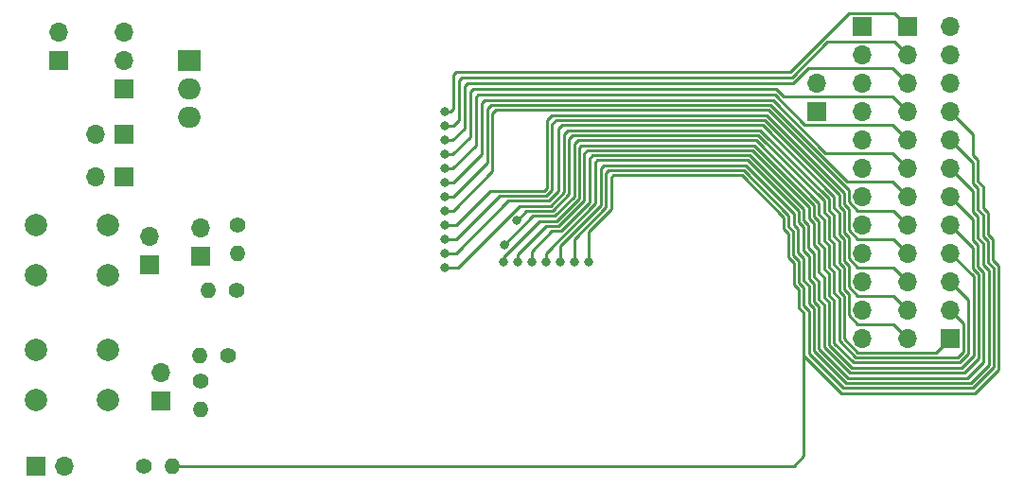
<source format=gbr>
%TF.GenerationSoftware,KiCad,Pcbnew,7.0.10*%
%TF.CreationDate,2024-01-14T13:48:43-05:00*%
%TF.ProjectId,esp32-wroom,65737033-322d-4777-926f-6f6d2e6b6963,rev?*%
%TF.SameCoordinates,Original*%
%TF.FileFunction,Copper,L2,Bot*%
%TF.FilePolarity,Positive*%
%FSLAX46Y46*%
G04 Gerber Fmt 4.6, Leading zero omitted, Abs format (unit mm)*
G04 Created by KiCad (PCBNEW 7.0.10) date 2024-01-14 13:48:43*
%MOMM*%
%LPD*%
G01*
G04 APERTURE LIST*
%TA.AperFunction,ComponentPad*%
%ADD10C,1.400000*%
%TD*%
%TA.AperFunction,ComponentPad*%
%ADD11O,1.400000X1.400000*%
%TD*%
%TA.AperFunction,ComponentPad*%
%ADD12R,1.700000X1.700000*%
%TD*%
%TA.AperFunction,ComponentPad*%
%ADD13O,1.700000X1.700000*%
%TD*%
%TA.AperFunction,ComponentPad*%
%ADD14C,2.000000*%
%TD*%
%TA.AperFunction,ComponentPad*%
%ADD15R,2.000000X1.905000*%
%TD*%
%TA.AperFunction,ComponentPad*%
%ADD16O,2.000000X1.905000*%
%TD*%
%TA.AperFunction,ViaPad*%
%ADD17C,0.800000*%
%TD*%
%TA.AperFunction,Conductor*%
%ADD18C,0.250000*%
%TD*%
G04 APERTURE END LIST*
D10*
%TO.P,R5,1*%
%TO.N,Net-(D1-A)*%
X91490000Y-101092000D03*
D11*
%TO.P,R5,2*%
%TO.N,Net-(J6-Pin_9)*%
X94030000Y-101092000D03*
%TD*%
D12*
%TO.P,J1,1,Pin_1*%
%TO.N,Net-(J1-Pin_1)*%
X83820000Y-64770000D03*
D13*
%TO.P,J1,2,Pin_2*%
%TO.N,GND*%
X83820000Y-62230000D03*
%TD*%
D12*
%TO.P,C1,1*%
%TO.N,+3V3*%
X89662000Y-75184000D03*
D13*
%TO.P,C1,2*%
%TO.N,GND*%
X87122000Y-75184000D03*
%TD*%
D12*
%TO.P,J2,1,Pin_1*%
%TO.N,Net-(J2-Pin_1)*%
X151682000Y-69342000D03*
D13*
%TO.P,J2,2,Pin_2*%
%TO.N,Net-(J2-Pin_2)*%
X151682000Y-66802000D03*
%TD*%
D14*
%TO.P,SW2,1,1*%
%TO.N,GND*%
X81788000Y-90678000D03*
X88288000Y-90678000D03*
%TO.P,SW2,2,2*%
%TO.N,Net-(C5-Pad1)*%
X81788000Y-95178000D03*
X88288000Y-95178000D03*
%TD*%
D10*
%TO.P,R2,1*%
%TO.N,+3V3*%
X99822000Y-79552000D03*
D11*
%TO.P,R2,2*%
%TO.N,Net-(J5-Pin_1)*%
X99822000Y-82092000D03*
%TD*%
D12*
%TO.P,C4,1*%
%TO.N,Net-(C4-Pad1)*%
X91948000Y-83058000D03*
D13*
%TO.P,C4,2*%
%TO.N,GND*%
X91948000Y-80518000D03*
%TD*%
D15*
%TO.P,U2,1,VI*%
%TO.N,Net-(J1-Pin_1)*%
X95504000Y-64770000D03*
D16*
%TO.P,U2,2,GND*%
%TO.N,GND*%
X95504000Y-67310000D03*
%TO.P,U2,3,VO*%
%TO.N,+3V3*%
X95504000Y-69850000D03*
%TD*%
D12*
%TO.P,C3,1*%
%TO.N,Net-(J5-Pin_1)*%
X96520000Y-82301000D03*
D13*
%TO.P,C3,2*%
%TO.N,GND*%
X96520000Y-79761000D03*
%TD*%
D10*
%TO.P,R3,1*%
%TO.N,+3V3*%
X99010000Y-91186000D03*
D11*
%TO.P,R3,2*%
%TO.N,Net-(J4-Pin_12)*%
X96470000Y-91186000D03*
%TD*%
D12*
%TO.P,J6,1,Pin_1*%
%TO.N,Net-(J6-Pin_1)*%
X163620000Y-89662000D03*
D13*
%TO.P,J6,2,Pin_2*%
%TO.N,Net-(J6-Pin_2)*%
X163620000Y-87122000D03*
%TO.P,J6,3,Pin_3*%
%TO.N,Net-(J6-Pin_3)*%
X163620000Y-84582000D03*
%TO.P,J6,4,Pin_4*%
%TO.N,Net-(J6-Pin_4)*%
X163620000Y-82042000D03*
%TO.P,J6,5,Pin_5*%
%TO.N,Net-(J6-Pin_5)*%
X163620000Y-79502000D03*
%TO.P,J6,6,Pin_6*%
%TO.N,Net-(J6-Pin_6)*%
X163620000Y-76962000D03*
%TO.P,J6,7,Pin_7*%
%TO.N,Net-(J6-Pin_7)*%
X163620000Y-74422000D03*
%TO.P,J6,8,Pin_8*%
%TO.N,Net-(J6-Pin_8)*%
X163620000Y-71882000D03*
%TO.P,J6,9,Pin_9*%
%TO.N,Net-(J6-Pin_9)*%
X163620000Y-69342000D03*
%TO.P,J6,10,Pin_10*%
%TO.N,unconnected-(J6-Pin_10-Pad10)*%
X163620000Y-66802000D03*
%TO.P,J6,11,Pin_11*%
%TO.N,unconnected-(J6-Pin_11-Pad11)*%
X163620000Y-64262000D03*
%TO.P,J6,12,Pin_12*%
%TO.N,unconnected-(J6-Pin_12-Pad12)*%
X163620000Y-61722000D03*
%TD*%
D12*
%TO.P,J3,1,Pin_1*%
%TO.N,+3V3*%
X89662000Y-67310000D03*
D13*
%TO.P,J3,2,Pin_2*%
%TO.N,Net-(J1-Pin_1)*%
X89662000Y-64770000D03*
%TO.P,J3,3,Pin_3*%
%TO.N,GND*%
X89662000Y-62230000D03*
%TD*%
D10*
%TO.P,R1,1*%
%TO.N,Net-(J5-Pin_1)*%
X99772000Y-85344000D03*
D11*
%TO.P,R1,2*%
%TO.N,Net-(C4-Pad1)*%
X97232000Y-85344000D03*
%TD*%
D12*
%TO.P,J5,1,Pin_1*%
%TO.N,Net-(J5-Pin_1)*%
X159810000Y-61722000D03*
D13*
%TO.P,J5,2,Pin_2*%
%TO.N,Net-(J5-Pin_2)*%
X159810000Y-64262000D03*
%TO.P,J5,3,Pin_3*%
%TO.N,Net-(J5-Pin_3)*%
X159810000Y-66802000D03*
%TO.P,J5,4,Pin_4*%
%TO.N,Net-(J5-Pin_4)*%
X159810000Y-69342000D03*
%TO.P,J5,5,Pin_5*%
%TO.N,Net-(J5-Pin_5)*%
X159810000Y-71882000D03*
%TO.P,J5,6,Pin_6*%
%TO.N,Net-(J5-Pin_6)*%
X159810000Y-74422000D03*
%TO.P,J5,7,Pin_7*%
%TO.N,Net-(J5-Pin_7)*%
X159810000Y-76962000D03*
%TO.P,J5,8,Pin_8*%
%TO.N,Net-(J5-Pin_8)*%
X159810000Y-79502000D03*
%TO.P,J5,9,Pin_9*%
%TO.N,Net-(J5-Pin_9)*%
X159810000Y-82042000D03*
%TO.P,J5,10,Pin_10*%
%TO.N,Net-(J5-Pin_10)*%
X159810000Y-84582000D03*
%TO.P,J5,11,Pin_11*%
%TO.N,Net-(J5-Pin_11)*%
X159810000Y-87122000D03*
%TO.P,J5,12,Pin_12*%
%TO.N,Net-(J5-Pin_12)*%
X159810000Y-89662000D03*
%TD*%
D12*
%TO.P,D1,1,K*%
%TO.N,GND*%
X81788000Y-101092000D03*
D13*
%TO.P,D1,2,A*%
%TO.N,Net-(D1-A)*%
X84328000Y-101092000D03*
%TD*%
D10*
%TO.P,R4,1*%
%TO.N,Net-(J4-Pin_12)*%
X96520000Y-93522000D03*
D11*
%TO.P,R4,2*%
%TO.N,Net-(C5-Pad1)*%
X96520000Y-96062000D03*
%TD*%
D12*
%TO.P,C2,1*%
%TO.N,+3V3*%
X89662000Y-71374000D03*
D13*
%TO.P,C2,2*%
%TO.N,GND*%
X87122000Y-71374000D03*
%TD*%
D14*
%TO.P,SW1,1,1*%
%TO.N,GND*%
X81788000Y-79502000D03*
X88288000Y-79502000D03*
%TO.P,SW1,2,2*%
%TO.N,Net-(C4-Pad1)*%
X81788000Y-84002000D03*
X88288000Y-84002000D03*
%TD*%
D12*
%TO.P,C5,1*%
%TO.N,Net-(C5-Pad1)*%
X92964000Y-95250000D03*
D13*
%TO.P,C5,2*%
%TO.N,GND*%
X92964000Y-92710000D03*
%TD*%
D12*
%TO.P,J4,1,Pin_1*%
%TO.N,Net-(J4-Pin_1)*%
X155746000Y-61722000D03*
D13*
%TO.P,J4,2,Pin_2*%
%TO.N,Net-(J4-Pin_2)*%
X155746000Y-64262000D03*
%TO.P,J4,3,Pin_3*%
%TO.N,Net-(J2-Pin_2)*%
X155746000Y-66802000D03*
%TO.P,J4,4,Pin_4*%
%TO.N,Net-(J2-Pin_1)*%
X155746000Y-69342000D03*
%TO.P,J4,5,Pin_5*%
%TO.N,Net-(J4-Pin_5)*%
X155746000Y-71882000D03*
%TO.P,J4,6,Pin_6*%
%TO.N,Net-(J4-Pin_6)*%
X155746000Y-74422000D03*
%TO.P,J4,7,Pin_7*%
%TO.N,Net-(J4-Pin_7)*%
X155746000Y-76962000D03*
%TO.P,J4,8,Pin_8*%
%TO.N,Net-(J4-Pin_8)*%
X155746000Y-79502000D03*
%TO.P,J4,9,Pin_9*%
%TO.N,Net-(J4-Pin_9)*%
X155746000Y-82042000D03*
%TO.P,J4,10,Pin_10*%
%TO.N,Net-(J4-Pin_10)*%
X155746000Y-84582000D03*
%TO.P,J4,11,Pin_11*%
%TO.N,Net-(J4-Pin_11)*%
X155746000Y-87122000D03*
%TO.P,J4,12,Pin_12*%
%TO.N,Net-(J4-Pin_12)*%
X155746000Y-89662000D03*
%TD*%
D17*
%TO.N,Net-(J5-Pin_3)*%
X118408000Y-71950000D03*
%TO.N,Net-(J5-Pin_4)*%
X118408000Y-73220000D03*
%TO.N,Net-(J5-Pin_5)*%
X118408000Y-74490000D03*
%TO.N,Net-(J5-Pin_6)*%
X118408000Y-75692000D03*
%TO.N,Net-(J5-Pin_7)*%
X118408000Y-76962000D03*
%TO.N,Net-(J5-Pin_8)*%
X118408000Y-78232000D03*
%TO.N,Net-(J5-Pin_9)*%
X118408000Y-79502000D03*
%TO.N,Net-(J5-Pin_10)*%
X118408000Y-80772000D03*
%TO.N,Net-(J5-Pin_11)*%
X118408000Y-82042000D03*
%TO.N,Net-(J5-Pin_12)*%
X118408000Y-83312000D03*
%TO.N,Net-(J5-Pin_1)*%
X118408000Y-69342000D03*
%TO.N,Net-(J5-Pin_2)*%
X118408000Y-70612000D03*
%TO.N,Net-(J6-Pin_1)*%
X124857903Y-79093903D03*
%TO.N,Net-(J6-Pin_2)*%
X123737347Y-81275347D03*
%TO.N,Net-(J6-Pin_3)*%
X123614000Y-82804000D03*
%TO.N,Net-(J6-Pin_4)*%
X124884000Y-82804000D03*
%TO.N,Net-(J6-Pin_5)*%
X126154000Y-82804000D03*
%TO.N,Net-(J6-Pin_6)*%
X127424000Y-82804000D03*
%TO.N,Net-(J6-Pin_7)*%
X128694000Y-82804000D03*
%TO.N,Net-(J6-Pin_8)*%
X129964000Y-82804000D03*
%TO.N,Net-(J6-Pin_9)*%
X131234000Y-82804000D03*
%TD*%
D18*
%TO.N,Net-(J5-Pin_3)*%
X150932181Y-65437000D02*
X158445000Y-65437000D01*
X119102000Y-71950000D02*
X120186000Y-70866000D01*
X120186000Y-67056000D02*
X120440000Y-66802000D01*
X158445000Y-65437000D02*
X159810000Y-66802000D01*
X149567181Y-66802000D02*
X150932181Y-65437000D01*
X120440000Y-66802000D02*
X149567181Y-66802000D01*
X120186000Y-70866000D02*
X120186000Y-67056000D01*
X118408000Y-71950000D02*
X119102000Y-71950000D01*
%TO.N,Net-(J5-Pin_4)*%
X119102000Y-73220000D02*
X120694000Y-71628000D01*
X148000396Y-67310000D02*
X148667396Y-67977000D01*
X158445000Y-67977000D02*
X159810000Y-69342000D01*
X120948000Y-67310000D02*
X148000396Y-67310000D01*
X120694000Y-71628000D02*
X120694000Y-67564000D01*
X120694000Y-67564000D02*
X120948000Y-67310000D01*
X118408000Y-73220000D02*
X119102000Y-73220000D01*
X148667396Y-67977000D02*
X158445000Y-67977000D01*
%TO.N,Net-(J5-Pin_5)*%
X121398000Y-67876000D02*
X147930000Y-67876000D01*
X118408000Y-74490000D02*
X119102000Y-74490000D01*
X119102000Y-74490000D02*
X121202000Y-72390000D01*
X150571000Y-70517000D02*
X158445000Y-70517000D01*
X158445000Y-70517000D02*
X159810000Y-71882000D01*
X147930000Y-67876000D02*
X150571000Y-70517000D01*
X121202000Y-72390000D02*
X121202000Y-68072000D01*
X121202000Y-68072000D02*
X121398000Y-67876000D01*
%TO.N,Net-(J5-Pin_6)*%
X121710000Y-68580000D02*
X121710000Y-73152000D01*
X121964000Y-68326000D02*
X121710000Y-68580000D01*
X152474604Y-73057000D02*
X147743604Y-68326000D01*
X119170000Y-75692000D02*
X118408000Y-75692000D01*
X121710000Y-73152000D02*
X119170000Y-75692000D01*
X159810000Y-74422000D02*
X158445000Y-73057000D01*
X158445000Y-73057000D02*
X152474604Y-73057000D01*
X147743604Y-68326000D02*
X121964000Y-68326000D01*
%TO.N,Net-(J5-Pin_7)*%
X122530000Y-68776000D02*
X122218000Y-69088000D01*
X122218000Y-73914000D02*
X119170000Y-76962000D01*
X122218000Y-69088000D02*
X122218000Y-73914000D01*
X154378208Y-75597000D02*
X147557208Y-68776000D01*
X119170000Y-76962000D02*
X118408000Y-76962000D01*
X159810000Y-76962000D02*
X158445000Y-75597000D01*
X147557208Y-68776000D02*
X122530000Y-68776000D01*
X158445000Y-75597000D02*
X154378208Y-75597000D01*
%TO.N,Net-(J5-Pin_8)*%
X154571000Y-76426188D02*
X154571000Y-77448701D01*
X155354299Y-78232000D02*
X158540000Y-78232000D01*
X154571000Y-77448701D02*
X155354299Y-78232000D01*
X119170000Y-78232000D02*
X122668000Y-74734000D01*
X122668000Y-69528396D02*
X122970396Y-69226000D01*
X122668000Y-74734000D02*
X122668000Y-69528396D01*
X158540000Y-78232000D02*
X159810000Y-79502000D01*
X147370812Y-69226000D02*
X154571000Y-76426188D01*
X118408000Y-78232000D02*
X119170000Y-78232000D01*
X122970396Y-69226000D02*
X147370812Y-69226000D01*
%TO.N,Net-(J5-Pin_9)*%
X154571000Y-78085097D02*
X154571000Y-79988701D01*
X154121000Y-76612584D02*
X154121000Y-77635097D01*
X147184416Y-69676000D02*
X154121000Y-76612584D01*
X127552000Y-70104000D02*
X127980000Y-69676000D01*
X155354299Y-80772000D02*
X158540000Y-80772000D01*
X127552000Y-76200000D02*
X127552000Y-70104000D01*
X119424000Y-79502000D02*
X122472000Y-76454000D01*
X118408000Y-79502000D02*
X119424000Y-79502000D01*
X158540000Y-80772000D02*
X159810000Y-82042000D01*
X122472000Y-76454000D02*
X127298000Y-76454000D01*
X127298000Y-76454000D02*
X127552000Y-76200000D01*
X154121000Y-77635097D02*
X154571000Y-78085097D01*
X154571000Y-79988701D02*
X155354299Y-80772000D01*
X127980000Y-69676000D02*
X147184416Y-69676000D01*
%TO.N,Net-(J5-Pin_10)*%
X127484396Y-76904000D02*
X128002000Y-76386396D01*
X154121000Y-80175097D02*
X154571000Y-80625097D01*
X154121000Y-78271493D02*
X154121000Y-80175097D01*
X155354299Y-83312000D02*
X158540000Y-83312000D01*
X146998020Y-70126000D02*
X153671000Y-76798980D01*
X123292000Y-76904000D02*
X127484396Y-76904000D01*
X128002000Y-76386396D02*
X128002000Y-70480198D01*
X153671000Y-76798980D02*
X153671000Y-77821493D01*
X118408000Y-80772000D02*
X119424000Y-80772000D01*
X158540000Y-83312000D02*
X159810000Y-84582000D01*
X154571000Y-82528701D02*
X155354299Y-83312000D01*
X128356198Y-70126000D02*
X146998020Y-70126000D01*
X154571000Y-80625097D02*
X154571000Y-82528701D01*
X119424000Y-80772000D02*
X123292000Y-76904000D01*
X153671000Y-77821493D02*
X154121000Y-78271493D01*
X128002000Y-70480198D02*
X128356198Y-70126000D01*
%TO.N,Net-(J5-Pin_11)*%
X119424000Y-82042000D02*
X124112000Y-77354000D01*
X128568000Y-70866000D02*
X128858000Y-70576000D01*
X154571000Y-83165097D02*
X154571000Y-85068701D01*
X154121000Y-82715097D02*
X154571000Y-83165097D01*
X153221000Y-78007889D02*
X153671000Y-78457889D01*
X153221000Y-76985376D02*
X153221000Y-78007889D01*
X153671000Y-80361493D02*
X154121000Y-80811493D01*
X153671000Y-78457889D02*
X153671000Y-80361493D01*
X155354299Y-85852000D02*
X158540000Y-85852000D01*
X127670792Y-77354000D02*
X128568000Y-76456792D01*
X128858000Y-70576000D02*
X146811624Y-70576000D01*
X118408000Y-82042000D02*
X119424000Y-82042000D01*
X154121000Y-80811493D02*
X154121000Y-82715097D01*
X146811624Y-70576000D02*
X153221000Y-76985376D01*
X124112000Y-77354000D02*
X127670792Y-77354000D01*
X154571000Y-85068701D02*
X155354299Y-85852000D01*
X128568000Y-76456792D02*
X128568000Y-70866000D01*
X158540000Y-85852000D02*
X159810000Y-87122000D01*
%TO.N,Net-(J5-Pin_12)*%
X153221000Y-80547889D02*
X153671000Y-80997889D01*
X119614500Y-83312000D02*
X125122500Y-77804000D01*
X129076000Y-76585188D02*
X129076000Y-71374000D01*
X155354299Y-88392000D02*
X158540000Y-88392000D01*
X129076000Y-71374000D02*
X129424000Y-71026000D01*
X118408000Y-83312000D02*
X119614500Y-83312000D01*
X152771000Y-77171772D02*
X152771000Y-78194285D01*
X158540000Y-88392000D02*
X159810000Y-89662000D01*
X153671000Y-80997889D02*
X153671000Y-82901493D01*
X146625228Y-71026000D02*
X152771000Y-77171772D01*
X153671000Y-82901493D02*
X154121000Y-83351493D01*
X125122500Y-77804000D02*
X127857188Y-77804000D01*
X154571000Y-85705097D02*
X154571000Y-87608701D01*
X154571000Y-87608701D02*
X155354299Y-88392000D01*
X154121000Y-83351493D02*
X154121000Y-85255097D01*
X129424000Y-71026000D02*
X146625228Y-71026000D01*
X127857188Y-77804000D02*
X129076000Y-76585188D01*
X153221000Y-78644285D02*
X153221000Y-80547889D01*
X152771000Y-78194285D02*
X153221000Y-78644285D01*
X154121000Y-85255097D02*
X154571000Y-85705097D01*
%TO.N,Net-(J5-Pin_1)*%
X118408000Y-69342000D02*
X118916000Y-69342000D01*
X119170000Y-69088000D02*
X119170000Y-66040000D01*
X154549389Y-60547000D02*
X158635000Y-60547000D01*
X118916000Y-69342000D02*
X119170000Y-69088000D01*
X149310389Y-65786000D02*
X154549389Y-60547000D01*
X119170000Y-66040000D02*
X119424000Y-65786000D01*
X119424000Y-65786000D02*
X149310389Y-65786000D01*
X158635000Y-60547000D02*
X159810000Y-61722000D01*
%TO.N,Net-(J5-Pin_2)*%
X119170000Y-70612000D02*
X119678000Y-70104000D01*
X152645785Y-63087000D02*
X158635000Y-63087000D01*
X119932000Y-66294000D02*
X149438785Y-66294000D01*
X158635000Y-63087000D02*
X159810000Y-64262000D01*
X118408000Y-70612000D02*
X119170000Y-70612000D01*
X149438785Y-66294000D02*
X152645785Y-63087000D01*
X119678000Y-70104000D02*
X119678000Y-66548000D01*
X119678000Y-66548000D02*
X119932000Y-66294000D01*
%TO.N,Net-(J6-Pin_1)*%
X152771000Y-80734285D02*
X152771000Y-78830681D01*
X129863000Y-71476000D02*
X129526000Y-71813000D01*
X152321000Y-77358168D02*
X146438832Y-71476000D01*
X128029584Y-78268000D02*
X125719389Y-78268000D01*
X125719389Y-78268000D02*
X124893486Y-79093903D01*
X155354299Y-90932000D02*
X154121000Y-89698701D01*
X153671000Y-83537889D02*
X153221000Y-83087889D01*
X153671000Y-85441493D02*
X153671000Y-83537889D01*
X146438832Y-71476000D02*
X129863000Y-71476000D01*
X154121000Y-85891493D02*
X153671000Y-85441493D01*
X153221000Y-81184285D02*
X152771000Y-80734285D01*
X124893486Y-79093903D02*
X124857903Y-79093903D01*
X153221000Y-83087889D02*
X153221000Y-81184285D01*
X129526000Y-76771584D02*
X128029584Y-78268000D01*
X162350000Y-90932000D02*
X155354299Y-90932000D01*
X152321000Y-78380681D02*
X152321000Y-77358168D01*
X129526000Y-71813000D02*
X129526000Y-76771584D01*
X163620000Y-89662000D02*
X162350000Y-90932000D01*
X152771000Y-78830681D02*
X152321000Y-78380681D01*
X154121000Y-89698701D02*
X154121000Y-85891493D01*
%TO.N,Net-(J6-Pin_2)*%
X152771000Y-81370681D02*
X152321000Y-80920681D01*
X153221000Y-83724285D02*
X152771000Y-83274285D01*
X155167903Y-91382000D02*
X153671000Y-89885097D01*
X153671000Y-89885097D02*
X153671000Y-86077889D01*
X126294694Y-78718000D02*
X123737347Y-81275347D01*
X129976000Y-72252000D02*
X129976000Y-76957980D01*
X164250000Y-91382000D02*
X155167903Y-91382000D01*
X129976000Y-76957980D02*
X128215980Y-78718000D01*
X151871000Y-77544564D02*
X146252436Y-71926000D01*
X152321000Y-80920681D02*
X152321000Y-79017077D01*
X164795000Y-90837000D02*
X164250000Y-91382000D01*
X153221000Y-85627889D02*
X153221000Y-83724285D01*
X146252436Y-71926000D02*
X130302000Y-71926000D01*
X163620000Y-87122000D02*
X164795000Y-88297000D01*
X151871000Y-78567077D02*
X151871000Y-77544564D01*
X153671000Y-86077889D02*
X153221000Y-85627889D01*
X152771000Y-83274285D02*
X152771000Y-81370681D01*
X130302000Y-71926000D02*
X129976000Y-72252000D01*
X152321000Y-79017077D02*
X151871000Y-78567077D01*
X128215980Y-78718000D02*
X126294694Y-78718000D01*
X164795000Y-88297000D02*
X164795000Y-90837000D01*
%TO.N,Net-(J6-Pin_3)*%
X163620000Y-84582000D02*
X165245000Y-86207000D01*
X154981507Y-91832000D02*
X160574493Y-91832000D01*
X151421000Y-78753473D02*
X151871000Y-79203473D01*
X164436396Y-91832000D02*
X160572000Y-91832000D01*
X151421000Y-77730960D02*
X151421000Y-78753473D01*
X165245000Y-86207000D02*
X165245000Y-91023396D01*
X130621698Y-72376000D02*
X146066040Y-72376000D01*
X152771000Y-83910681D02*
X152771000Y-85814285D01*
X152321000Y-83460681D02*
X152771000Y-83910681D01*
X151871000Y-79203473D02*
X151871000Y-81107077D01*
X165245000Y-91023396D02*
X164436396Y-91832000D01*
X153221000Y-86264285D02*
X153221000Y-90071493D01*
X123614000Y-82424000D02*
X126870000Y-79168000D01*
X146066040Y-72376000D02*
X151421000Y-77730960D01*
X128402376Y-79168000D02*
X130426000Y-77144376D01*
X130426000Y-72571698D02*
X130621698Y-72376000D01*
X152321000Y-81557077D02*
X152321000Y-83460681D01*
X151871000Y-81107077D02*
X152321000Y-81557077D01*
X153221000Y-90071493D02*
X154981507Y-91832000D01*
X123614000Y-82804000D02*
X123614000Y-82424000D01*
X126870000Y-79168000D02*
X128402376Y-79168000D01*
X152771000Y-85814285D02*
X153221000Y-86264285D01*
X130426000Y-77144376D02*
X130426000Y-72571698D01*
%TO.N,Net-(J6-Pin_4)*%
X130876000Y-77330772D02*
X128588772Y-79618000D01*
X165695000Y-91209792D02*
X164622792Y-92282000D01*
X128588772Y-79618000D02*
X127436000Y-79618000D01*
X131180000Y-72826000D02*
X130876000Y-73130000D01*
X163620000Y-82042000D02*
X165695000Y-84117000D01*
X152321000Y-86000681D02*
X152321000Y-84205000D01*
X145879644Y-72826000D02*
X131180000Y-72826000D01*
X151421000Y-81293473D02*
X151421000Y-79389869D01*
X152771000Y-90257889D02*
X152771000Y-86450681D01*
X150971000Y-78939869D02*
X150971000Y-77917356D01*
X165695000Y-84117000D02*
X165695000Y-91209792D01*
X127436000Y-79618000D02*
X124884000Y-82170000D01*
X130876000Y-73130000D02*
X130876000Y-77330772D01*
X151421000Y-79389869D02*
X150971000Y-78939869D01*
X152771000Y-86450681D02*
X152321000Y-86000681D01*
X154795111Y-92282000D02*
X152771000Y-90257889D01*
X151871000Y-81743473D02*
X151421000Y-81293473D01*
X164622792Y-92282000D02*
X154795111Y-92282000D01*
X152321000Y-84205000D02*
X151871000Y-83755000D01*
X124884000Y-82170000D02*
X124884000Y-82804000D01*
X150971000Y-77917356D02*
X145879644Y-72826000D01*
X151871000Y-83755000D02*
X151871000Y-81743473D01*
%TO.N,Net-(J6-Pin_5)*%
X152321000Y-86637077D02*
X151871000Y-86187077D01*
X165652000Y-83437604D02*
X166145000Y-83930604D01*
X151421000Y-84132000D02*
X151421000Y-82042000D01*
X126154000Y-81916000D02*
X126154000Y-82804000D01*
X164868000Y-92732000D02*
X154608715Y-92732000D01*
X151421000Y-82042000D02*
X150908367Y-81529367D01*
X166145000Y-91455000D02*
X164868000Y-92732000D01*
X131326000Y-77517168D02*
X128775168Y-80068000D01*
X163620000Y-79502000D02*
X165652000Y-81534000D01*
X128775168Y-80068000D02*
X128002000Y-80068000D01*
X154608715Y-92732000D02*
X152321000Y-90444285D01*
X151871000Y-86187077D02*
X151871000Y-84582000D01*
X150908367Y-79513632D02*
X150521000Y-79126265D01*
X151871000Y-84582000D02*
X151421000Y-84132000D01*
X150521000Y-79126265D02*
X150521000Y-78103752D01*
X145693248Y-73276000D02*
X131619000Y-73276000D01*
X131326000Y-73569000D02*
X131326000Y-77517168D01*
X166145000Y-83930604D02*
X166145000Y-91455000D01*
X131619000Y-73276000D02*
X131326000Y-73569000D01*
X152321000Y-90444285D02*
X152321000Y-86637077D01*
X150908367Y-81529367D02*
X150908367Y-79513632D01*
X165652000Y-81534000D02*
X165652000Y-83437604D01*
X150521000Y-78103752D02*
X145693248Y-73276000D01*
X128002000Y-80068000D02*
X126154000Y-81916000D01*
%TO.N,Net-(J6-Pin_6)*%
X166595000Y-91767000D02*
X165144000Y-93218000D01*
X132058000Y-73726000D02*
X131870000Y-73914000D01*
X150458367Y-81834367D02*
X150458367Y-79700028D01*
X150071000Y-78290148D02*
X145506852Y-73726000D01*
X151871000Y-86823473D02*
X151421000Y-86373473D01*
X165652000Y-78994000D02*
X165652000Y-80897604D01*
X151421000Y-86373473D02*
X151421000Y-84768396D01*
X150458367Y-79700028D02*
X150071000Y-79312661D01*
X131870000Y-73914000D02*
X131870000Y-77609564D01*
X151421000Y-84768396D02*
X150971000Y-84318396D01*
X151871000Y-90630681D02*
X151871000Y-86823473D01*
X166102000Y-83251208D02*
X166595000Y-83744208D01*
X150071000Y-79312661D02*
X150071000Y-78290148D01*
X165652000Y-80897604D02*
X166102000Y-81347604D01*
X165144000Y-93218000D02*
X154458319Y-93218000D01*
X154458319Y-93218000D02*
X151871000Y-90630681D01*
X163620000Y-76962000D02*
X165652000Y-78994000D01*
X131870000Y-77609564D02*
X127424000Y-82055564D01*
X150971000Y-84318396D02*
X150971000Y-82347000D01*
X166595000Y-83744208D02*
X166595000Y-91767000D01*
X150971000Y-82347000D02*
X150458367Y-81834367D01*
X145506852Y-73726000D02*
X132058000Y-73726000D01*
X127424000Y-82055564D02*
X127424000Y-82804000D01*
X166102000Y-81347604D02*
X166102000Y-83251208D01*
%TO.N,Net-(J6-Pin_7)*%
X150521000Y-84504792D02*
X150521000Y-82533396D01*
X149621000Y-78476544D02*
X145320456Y-74176000D01*
X132378000Y-77737960D02*
X128694000Y-81421960D01*
X166552000Y-83064812D02*
X167045000Y-83557812D01*
X151421000Y-90817077D02*
X151421000Y-87009869D01*
X132378000Y-74422000D02*
X132378000Y-77737960D01*
X149621000Y-79499057D02*
X149621000Y-78476544D01*
X150008367Y-82020763D02*
X150008367Y-79886424D01*
X150521000Y-82533396D02*
X150008367Y-82020763D01*
X151421000Y-87009869D02*
X150971000Y-86559869D01*
X166552000Y-81161208D02*
X166552000Y-83064812D01*
X150971000Y-86559869D02*
X150971000Y-84954792D01*
X167045000Y-83557812D02*
X167045000Y-92079000D01*
X163620000Y-74422000D02*
X165652000Y-76454000D01*
X165456000Y-93668000D02*
X154271923Y-93668000D01*
X132624000Y-74176000D02*
X132378000Y-74422000D01*
X167045000Y-92079000D02*
X165456000Y-93668000D01*
X166102000Y-78807604D02*
X166102000Y-80711208D01*
X165652000Y-76454000D02*
X165652000Y-78357604D01*
X150971000Y-84954792D02*
X150521000Y-84504792D01*
X166102000Y-80711208D02*
X166552000Y-81161208D01*
X128694000Y-81421960D02*
X128694000Y-82804000D01*
X150008367Y-79886424D02*
X149621000Y-79499057D01*
X165652000Y-78357604D02*
X166102000Y-78807604D01*
X145320456Y-74176000D02*
X132624000Y-74176000D01*
X154271923Y-93668000D02*
X151421000Y-90817077D01*
%TO.N,Net-(J6-Pin_8)*%
X150521000Y-85141188D02*
X150071000Y-84691188D01*
X167495000Y-83371416D02*
X167495000Y-92265396D01*
X132828000Y-77924356D02*
X129964000Y-80788356D01*
X166102000Y-76267604D02*
X166102000Y-78171208D01*
X165652000Y-73914000D02*
X165652000Y-75817604D01*
X129964000Y-80788356D02*
X129964000Y-82804000D01*
X166552000Y-78621208D02*
X166552000Y-80524812D01*
X150071000Y-82719792D02*
X149558367Y-82207159D01*
X165652000Y-75817604D02*
X166102000Y-76267604D01*
X163620000Y-71882000D02*
X165652000Y-73914000D01*
X165642396Y-94118000D02*
X154085527Y-94118000D01*
X150071000Y-84691188D02*
X150071000Y-82719792D01*
X133063000Y-74626000D02*
X132828000Y-74861000D01*
X145134060Y-74626000D02*
X133063000Y-74626000D01*
X166102000Y-78171208D02*
X166552000Y-78621208D01*
X149558367Y-80072820D02*
X149171000Y-79685453D01*
X150521000Y-86746265D02*
X150521000Y-85141188D01*
X167495000Y-92265396D02*
X165642396Y-94118000D01*
X150971000Y-91003473D02*
X150971000Y-87196265D01*
X167002000Y-80974812D02*
X167002000Y-82878416D01*
X167002000Y-82878416D02*
X167495000Y-83371416D01*
X149171000Y-79685453D02*
X149171000Y-78662940D01*
X166552000Y-80524812D02*
X167002000Y-80974812D01*
X154085527Y-94118000D02*
X150971000Y-91003473D01*
X132828000Y-74861000D02*
X132828000Y-77924356D01*
X149558367Y-82207159D02*
X149558367Y-80072820D01*
X150971000Y-87196265D02*
X150521000Y-86746265D01*
X149171000Y-78662940D02*
X145134060Y-74626000D01*
%TO.N,Net-(J6-Pin_9)*%
X149650000Y-101092000D02*
X150521000Y-100221000D01*
X149108367Y-82393555D02*
X149621000Y-82906188D01*
X144947664Y-75076000D02*
X148721000Y-78849336D01*
X167452000Y-80788416D02*
X167452000Y-82692020D01*
X167002000Y-78434812D02*
X167002000Y-80338416D01*
X148721000Y-79871849D02*
X149108367Y-80259216D01*
X153899131Y-94568000D02*
X153893565Y-94562435D01*
X165652000Y-71374000D02*
X165652000Y-73277604D01*
X94030000Y-101092000D02*
X149650000Y-101092000D01*
X167945000Y-92451792D02*
X165828792Y-94568000D01*
X150071000Y-85327584D02*
X150071000Y-86932661D01*
X148721000Y-78849336D02*
X148721000Y-79871849D01*
X133502000Y-75076000D02*
X144947664Y-75076000D01*
X167452000Y-82692020D02*
X167945000Y-83185020D01*
X149621000Y-82906188D02*
X149621000Y-84877584D01*
X150071000Y-86932661D02*
X150521000Y-87382661D01*
X131234000Y-80154752D02*
X133278000Y-78110752D01*
X163620000Y-69342000D02*
X165652000Y-71374000D01*
X149621000Y-84877584D02*
X150071000Y-85327584D01*
X131234000Y-82804000D02*
X131234000Y-80154752D01*
X150521000Y-91189869D02*
X153899131Y-94568000D01*
X167945000Y-83185020D02*
X167945000Y-92451792D01*
X166102000Y-75631208D02*
X166552000Y-76081208D01*
X133278000Y-78110752D02*
X133278000Y-75300000D01*
X167002000Y-80338416D02*
X167452000Y-80788416D01*
X149108367Y-80259216D02*
X149108367Y-82393555D01*
X166552000Y-76081208D02*
X166552000Y-77984812D01*
X165828792Y-94568000D02*
X153899131Y-94568000D01*
X165652000Y-73277604D02*
X166102000Y-73727604D01*
X150521000Y-100221000D02*
X150521000Y-91189869D01*
X166552000Y-77984812D02*
X167002000Y-78434812D01*
X150521000Y-87382661D02*
X150521000Y-91189869D01*
X133278000Y-75300000D02*
X133502000Y-75076000D01*
X166102000Y-73727604D02*
X166102000Y-75631208D01*
%TD*%
M02*

</source>
